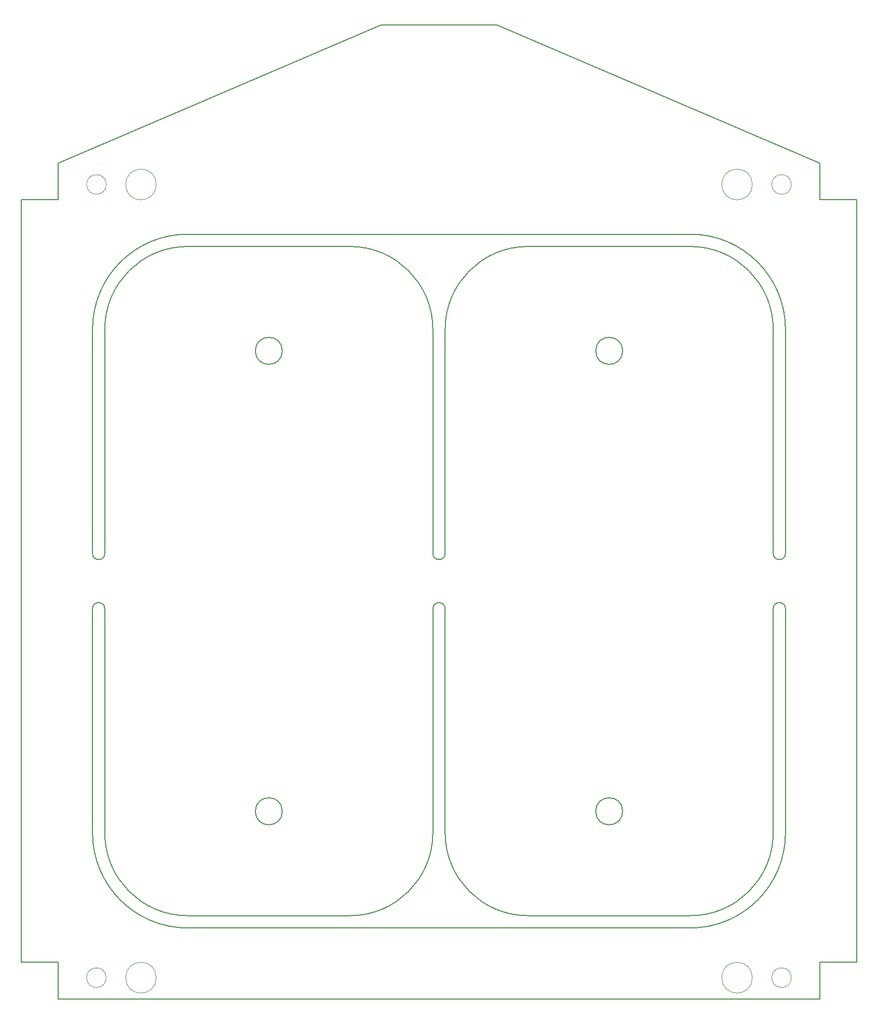
<source format=gbr>
%TF.GenerationSoftware,KiCad,Pcbnew,(5.1.9)-1*%
%TF.CreationDate,2021-07-06T15:30:50+10:00*%
%TF.ProjectId,MFD-panel2,4d46442d-7061-46e6-956c-322e6b696361,rev?*%
%TF.SameCoordinates,Original*%
%TF.FileFunction,Profile,NP*%
%FSLAX46Y46*%
G04 Gerber Fmt 4.6, Leading zero omitted, Abs format (unit mm)*
G04 Created by KiCad (PCBNEW (5.1.9)-1) date 2021-07-06 15:30:50*
%MOMM*%
%LPD*%
G01*
G04 APERTURE LIST*
%TA.AperFunction,Profile*%
%ADD10C,0.150000*%
%TD*%
%TA.AperFunction,Profile*%
%ADD11C,0.050000*%
%TD*%
G04 APERTURE END LIST*
D10*
X127100000Y-111600000D02*
X127100000Y-75100000D01*
X127100000Y-29600000D02*
X127100000Y-66100000D01*
X14100000Y-29600000D02*
X14100000Y-66100000D01*
X14100000Y-111600000D02*
X14100000Y-75100000D01*
D11*
X128068000Y-6000000D02*
G75*
G03*
X128068000Y-6000000I-1600000J0D01*
G01*
X16332000Y-6000000D02*
G75*
G03*
X16332000Y-6000000I-1600000J0D01*
G01*
X128068000Y-135200000D02*
G75*
G03*
X128068000Y-135200000I-1600000J0D01*
G01*
X16332000Y-135200000D02*
G75*
G03*
X16332000Y-135200000I-1600000J0D01*
G01*
D10*
X80000000Y20000000D02*
X132700000Y-2500000D01*
X80000000Y20000000D02*
X61200000Y20000000D01*
X61200000Y20000000D02*
X8500000Y-2500000D01*
X8500000Y-132700000D02*
X2500000Y-132700000D01*
X8500000Y-138700000D02*
X8500000Y-132700000D01*
X132700000Y-132700000D02*
X138700000Y-132700000D01*
X132700000Y-138700000D02*
X132700000Y-132700000D01*
X132700000Y-8500000D02*
X138700000Y-8500000D01*
X132700000Y-2500000D02*
X132700000Y-8500000D01*
X138700000Y-8500000D02*
X138700000Y-132700000D01*
X2500000Y-8500000D02*
X8500000Y-8500000D01*
X8500000Y-2500000D02*
X8500000Y-8500000D01*
D11*
X121700000Y-135200000D02*
G75*
G03*
X121700000Y-135200000I-2500000J0D01*
G01*
X24500000Y-135200000D02*
G75*
G03*
X24500000Y-135200000I-2500000J0D01*
G01*
X121700000Y-6000000D02*
G75*
G03*
X121700000Y-6000000I-2500000J0D01*
G01*
X24500000Y-6000000D02*
G75*
G03*
X24500000Y-6000000I-2500000J0D01*
G01*
D10*
X14100000Y-111600000D02*
G75*
G03*
X29600000Y-127100000I15500000J0D01*
G01*
X111600000Y-127100000D02*
G75*
G03*
X127100000Y-111600000I0J15500000D01*
G01*
X111600000Y-14100000D02*
G75*
G02*
X127100000Y-29600000I0J-15500000D01*
G01*
X14100000Y-29600000D02*
G75*
G02*
X29600000Y-14100000I15500000J0D01*
G01*
X29600000Y-127100000D02*
X111600000Y-127100000D01*
X29600000Y-14100000D02*
X111600000Y-14100000D01*
X8500000Y-138700000D02*
X132700000Y-138700000D01*
X2500000Y-8500000D02*
X2500000Y-132700000D01*
X100550000Y-33100000D02*
G75*
G03*
X100550000Y-33100000I-2200000J0D01*
G01*
X100550000Y-108100000D02*
G75*
G03*
X100550000Y-108100000I-2200000J0D01*
G01*
X45050000Y-33100000D02*
G75*
G03*
X45050000Y-33100000I-2200000J0D01*
G01*
X45050000Y-108100000D02*
G75*
G03*
X45050000Y-108100000I-2200000J0D01*
G01*
X69600000Y-111600000D02*
X69600000Y-75100000D01*
X69600000Y-29600000D02*
X69600000Y-66100000D01*
X71600000Y-111600000D02*
X71600000Y-75100000D01*
X71600000Y-29600000D02*
X71600000Y-66100000D01*
X71600000Y-66100000D02*
G75*
G02*
X69600000Y-66100000I-1000000J0D01*
G01*
X69600000Y-75100000D02*
G75*
G02*
X71600000Y-75100000I1000000J0D01*
G01*
X71600000Y-29600000D02*
G75*
G02*
X85100000Y-16100000I13500000J0D01*
G01*
X111600000Y-125100000D02*
X85100000Y-125100000D01*
X85100000Y-125100000D02*
G75*
G02*
X71600000Y-111600000I0J13500000D01*
G01*
X111600000Y-16100000D02*
X85100000Y-16100000D01*
X69600000Y-111600000D02*
G75*
G02*
X56100000Y-125100000I-13500000J0D01*
G01*
X56100000Y-16100000D02*
G75*
G02*
X69600000Y-29600000I0J-13500000D01*
G01*
X125100000Y-75100000D02*
G75*
G02*
X127100000Y-75100000I1000000J0D01*
G01*
X127100000Y-66100000D02*
G75*
G02*
X125100000Y-66100000I-1000000J0D01*
G01*
X16100000Y-66100000D02*
G75*
G02*
X14100000Y-66100000I-1000000J0D01*
G01*
X14100000Y-75100000D02*
G75*
G02*
X16100000Y-75100000I1000000J0D01*
G01*
X29600000Y-125100000D02*
X56100000Y-125100000D01*
X125100000Y-111600000D02*
X125100000Y-75100000D01*
X125100000Y-29600000D02*
X125100000Y-66100000D01*
X16100000Y-29600000D02*
X16100000Y-66100000D01*
X16100000Y-111600000D02*
X16100000Y-75100000D01*
X29600000Y-125100000D02*
G75*
G02*
X16100000Y-111600000I0J13500000D01*
G01*
X125100000Y-111600000D02*
G75*
G02*
X111600000Y-125100000I-13500000J0D01*
G01*
X111600000Y-16100000D02*
G75*
G02*
X125100000Y-29600000I0J-13500000D01*
G01*
X16100000Y-29600000D02*
G75*
G02*
X29600000Y-16100000I13500000J0D01*
G01*
X29600000Y-16100000D02*
X56100000Y-16100000D01*
M02*

</source>
